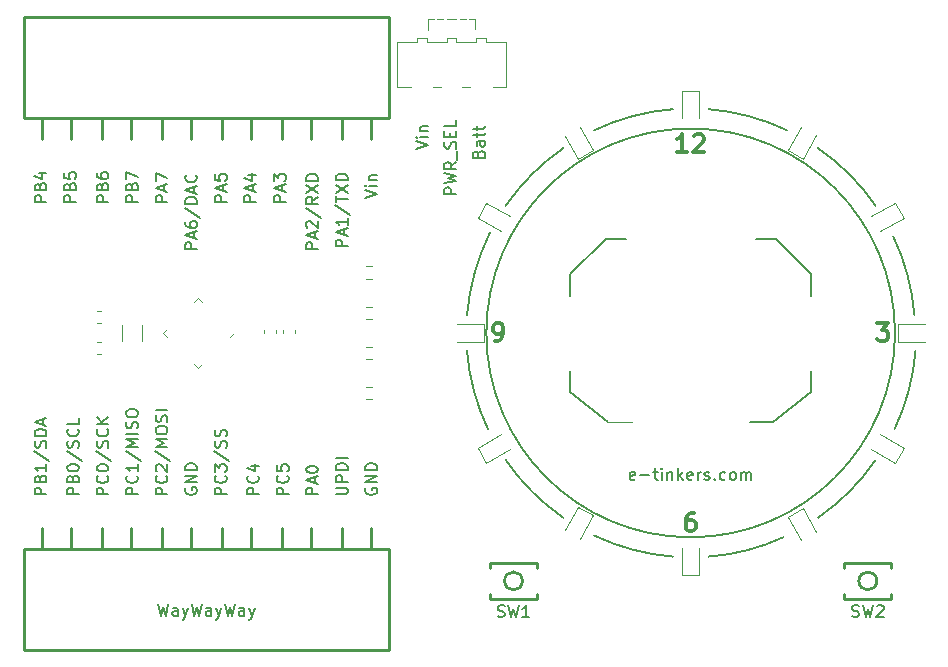
<source format=gbr>
%TF.GenerationSoftware,KiCad,Pcbnew,(6.0.11-0)*%
%TF.CreationDate,2024-05-30T12:09:29+08:00*%
%TF.ProjectId,tinyAVR-business-card,74696e79-4156-4522-9d62-7573696e6573,rev?*%
%TF.SameCoordinates,Original*%
%TF.FileFunction,Legend,Top*%
%TF.FilePolarity,Positive*%
%FSLAX46Y46*%
G04 Gerber Fmt 4.6, Leading zero omitted, Abs format (unit mm)*
G04 Created by KiCad (PCBNEW (6.0.11-0)) date 2024-05-30 12:09:29*
%MOMM*%
%LPD*%
G01*
G04 APERTURE LIST*
%ADD10C,0.150000*%
%ADD11C,0.300000*%
%ADD12C,0.120000*%
%ADD13C,0.250000*%
%ADD14C,0.127000*%
%ADD15C,0.126000*%
G04 APERTURE END LIST*
D10*
X156175998Y-69849005D02*
G75*
G03*
X149487000Y-68058000I-8176198J-17149795D01*
G01*
X165300000Y-87000000D02*
G75*
G03*
X165300000Y-87000000I-17300000J0D01*
G01*
X165249993Y-95169997D02*
G75*
G03*
X167040000Y-88495000I-17112493J8166497D01*
G01*
X158767996Y-102653994D02*
G75*
G03*
X163625000Y-97809000I-10642096J15525494D01*
G01*
X131005990Y-78502995D02*
G75*
G03*
X129060000Y-85497000I17895110J-8746805D01*
G01*
X166939998Y-85497000D02*
G75*
G03*
X165151000Y-78824000I-18896698J-1489800D01*
G01*
X139820004Y-104148992D02*
G75*
G03*
X146496000Y-105940000I8169696J17114692D01*
G01*
X137230998Y-71345997D02*
G75*
G03*
X132331000Y-76253000I10787902J-15672503D01*
G01*
X132334004Y-97750998D02*
G75*
G03*
X137222000Y-102647000I15652196J10738598D01*
G01*
X163654004Y-76231997D02*
G75*
G03*
X158743000Y-71329000I-15682604J-10797203D01*
G01*
X129058990Y-88495001D02*
G75*
G03*
X130859000Y-95198000I18983110J1504501D01*
G01*
X146512000Y-68057995D02*
G75*
G03*
X139823000Y-69849000I1487200J-18940805D01*
G01*
X149511000Y-105939004D02*
G75*
G03*
X155892000Y-104283000I-1277000J18042404D01*
G01*
X113952380Y-100664404D02*
X112952380Y-100664404D01*
X112952380Y-100283452D01*
X113000000Y-100188214D01*
X113047619Y-100140595D01*
X113142857Y-100092976D01*
X113285714Y-100092976D01*
X113380952Y-100140595D01*
X113428571Y-100188214D01*
X113476190Y-100283452D01*
X113476190Y-100664404D01*
X113857142Y-99092976D02*
X113904761Y-99140595D01*
X113952380Y-99283452D01*
X113952380Y-99378690D01*
X113904761Y-99521547D01*
X113809523Y-99616785D01*
X113714285Y-99664404D01*
X113523809Y-99712023D01*
X113380952Y-99712023D01*
X113190476Y-99664404D01*
X113095238Y-99616785D01*
X113000000Y-99521547D01*
X112952380Y-99378690D01*
X112952380Y-99283452D01*
X113000000Y-99140595D01*
X113047619Y-99092976D01*
X112952380Y-98188214D02*
X112952380Y-98664404D01*
X113428571Y-98712023D01*
X113380952Y-98664404D01*
X113333333Y-98569166D01*
X113333333Y-98331071D01*
X113380952Y-98235833D01*
X113428571Y-98188214D01*
X113523809Y-98140595D01*
X113761904Y-98140595D01*
X113857142Y-98188214D01*
X113904761Y-98235833D01*
X113952380Y-98331071D01*
X113952380Y-98569166D01*
X113904761Y-98664404D01*
X113857142Y-98712023D01*
X102928571Y-109952380D02*
X103166666Y-110952380D01*
X103357142Y-110238095D01*
X103547619Y-110952380D01*
X103785714Y-109952380D01*
X104595238Y-110952380D02*
X104595238Y-110428571D01*
X104547619Y-110333333D01*
X104452380Y-110285714D01*
X104261904Y-110285714D01*
X104166666Y-110333333D01*
X104595238Y-110904761D02*
X104500000Y-110952380D01*
X104261904Y-110952380D01*
X104166666Y-110904761D01*
X104119047Y-110809523D01*
X104119047Y-110714285D01*
X104166666Y-110619047D01*
X104261904Y-110571428D01*
X104500000Y-110571428D01*
X104595238Y-110523809D01*
X104976190Y-110285714D02*
X105214285Y-110952380D01*
X105452380Y-110285714D02*
X105214285Y-110952380D01*
X105119047Y-111190476D01*
X105071428Y-111238095D01*
X104976190Y-111285714D01*
X105738095Y-109952380D02*
X105976190Y-110952380D01*
X106166666Y-110238095D01*
X106357142Y-110952380D01*
X106595238Y-109952380D01*
X107404761Y-110952380D02*
X107404761Y-110428571D01*
X107357142Y-110333333D01*
X107261904Y-110285714D01*
X107071428Y-110285714D01*
X106976190Y-110333333D01*
X107404761Y-110904761D02*
X107309523Y-110952380D01*
X107071428Y-110952380D01*
X106976190Y-110904761D01*
X106928571Y-110809523D01*
X106928571Y-110714285D01*
X106976190Y-110619047D01*
X107071428Y-110571428D01*
X107309523Y-110571428D01*
X107404761Y-110523809D01*
X107785714Y-110285714D02*
X108023809Y-110952380D01*
X108261904Y-110285714D02*
X108023809Y-110952380D01*
X107928571Y-111190476D01*
X107880952Y-111238095D01*
X107785714Y-111285714D01*
X108547619Y-109952380D02*
X108785714Y-110952380D01*
X108976190Y-110238095D01*
X109166666Y-110952380D01*
X109404761Y-109952380D01*
X110214285Y-110952380D02*
X110214285Y-110428571D01*
X110166666Y-110333333D01*
X110071428Y-110285714D01*
X109880952Y-110285714D01*
X109785714Y-110333333D01*
X110214285Y-110904761D02*
X110119047Y-110952380D01*
X109880952Y-110952380D01*
X109785714Y-110904761D01*
X109738095Y-110809523D01*
X109738095Y-110714285D01*
X109785714Y-110619047D01*
X109880952Y-110571428D01*
X110119047Y-110571428D01*
X110214285Y-110523809D01*
X110595238Y-110285714D02*
X110833333Y-110952380D01*
X111071428Y-110285714D02*
X110833333Y-110952380D01*
X110738095Y-111190476D01*
X110690476Y-111238095D01*
X110595238Y-111285714D01*
X93452380Y-100664404D02*
X92452380Y-100664404D01*
X92452380Y-100283452D01*
X92500000Y-100188214D01*
X92547619Y-100140595D01*
X92642857Y-100092976D01*
X92785714Y-100092976D01*
X92880952Y-100140595D01*
X92928571Y-100188214D01*
X92976190Y-100283452D01*
X92976190Y-100664404D01*
X92928571Y-99331071D02*
X92976190Y-99188214D01*
X93023809Y-99140595D01*
X93119047Y-99092976D01*
X93261904Y-99092976D01*
X93357142Y-99140595D01*
X93404761Y-99188214D01*
X93452380Y-99283452D01*
X93452380Y-99664404D01*
X92452380Y-99664404D01*
X92452380Y-99331071D01*
X92500000Y-99235833D01*
X92547619Y-99188214D01*
X92642857Y-99140595D01*
X92738095Y-99140595D01*
X92833333Y-99188214D01*
X92880952Y-99235833D01*
X92928571Y-99331071D01*
X92928571Y-99664404D01*
X93452380Y-98140595D02*
X93452380Y-98712023D01*
X93452380Y-98426309D02*
X92452380Y-98426309D01*
X92595238Y-98521547D01*
X92690476Y-98616785D01*
X92738095Y-98712023D01*
X92404761Y-96997738D02*
X93690476Y-97854880D01*
X93404761Y-96712023D02*
X93452380Y-96569166D01*
X93452380Y-96331071D01*
X93404761Y-96235833D01*
X93357142Y-96188214D01*
X93261904Y-96140595D01*
X93166666Y-96140595D01*
X93071428Y-96188214D01*
X93023809Y-96235833D01*
X92976190Y-96331071D01*
X92928571Y-96521547D01*
X92880952Y-96616785D01*
X92833333Y-96664404D01*
X92738095Y-96712023D01*
X92642857Y-96712023D01*
X92547619Y-96664404D01*
X92500000Y-96616785D01*
X92452380Y-96521547D01*
X92452380Y-96283452D01*
X92500000Y-96140595D01*
X93452380Y-95712023D02*
X92452380Y-95712023D01*
X92452380Y-95473928D01*
X92500000Y-95331071D01*
X92595238Y-95235833D01*
X92690476Y-95188214D01*
X92880952Y-95140595D01*
X93023809Y-95140595D01*
X93214285Y-95188214D01*
X93309523Y-95235833D01*
X93404761Y-95331071D01*
X93452380Y-95473928D01*
X93452380Y-95712023D01*
X93166666Y-94759642D02*
X93166666Y-94283452D01*
X93452380Y-94854880D02*
X92452380Y-94521547D01*
X93452380Y-94188214D01*
X120452380Y-75557261D02*
X121452380Y-75223928D01*
X120452380Y-74890595D01*
X121452380Y-74557261D02*
X120785714Y-74557261D01*
X120452380Y-74557261D02*
X120500000Y-74604880D01*
X120547619Y-74557261D01*
X120500000Y-74509642D01*
X120452380Y-74557261D01*
X120547619Y-74557261D01*
X120785714Y-74081071D02*
X121452380Y-74081071D01*
X120880952Y-74081071D02*
X120833333Y-74033452D01*
X120785714Y-73938214D01*
X120785714Y-73795357D01*
X120833333Y-73700119D01*
X120928571Y-73652500D01*
X121452380Y-73652500D01*
X124752380Y-71423809D02*
X125752380Y-71090476D01*
X124752380Y-70757142D01*
X125752380Y-70423809D02*
X125085714Y-70423809D01*
X124752380Y-70423809D02*
X124800000Y-70471428D01*
X124847619Y-70423809D01*
X124800000Y-70376190D01*
X124752380Y-70423809D01*
X124847619Y-70423809D01*
X125085714Y-69947619D02*
X125752380Y-69947619D01*
X125180952Y-69947619D02*
X125133333Y-69900000D01*
X125085714Y-69804761D01*
X125085714Y-69661904D01*
X125133333Y-69566666D01*
X125228571Y-69519047D01*
X125752380Y-69519047D01*
X98702380Y-75914404D02*
X97702380Y-75914404D01*
X97702380Y-75533452D01*
X97750000Y-75438214D01*
X97797619Y-75390595D01*
X97892857Y-75342976D01*
X98035714Y-75342976D01*
X98130952Y-75390595D01*
X98178571Y-75438214D01*
X98226190Y-75533452D01*
X98226190Y-75914404D01*
X98178571Y-74581071D02*
X98226190Y-74438214D01*
X98273809Y-74390595D01*
X98369047Y-74342976D01*
X98511904Y-74342976D01*
X98607142Y-74390595D01*
X98654761Y-74438214D01*
X98702380Y-74533452D01*
X98702380Y-74914404D01*
X97702380Y-74914404D01*
X97702380Y-74581071D01*
X97750000Y-74485833D01*
X97797619Y-74438214D01*
X97892857Y-74390595D01*
X97988095Y-74390595D01*
X98083333Y-74438214D01*
X98130952Y-74485833D01*
X98178571Y-74581071D01*
X98178571Y-74914404D01*
X97702380Y-73485833D02*
X97702380Y-73676309D01*
X97750000Y-73771547D01*
X97797619Y-73819166D01*
X97940476Y-73914404D01*
X98130952Y-73962023D01*
X98511904Y-73962023D01*
X98607142Y-73914404D01*
X98654761Y-73866785D01*
X98702380Y-73771547D01*
X98702380Y-73581071D01*
X98654761Y-73485833D01*
X98607142Y-73438214D01*
X98511904Y-73390595D01*
X98273809Y-73390595D01*
X98178571Y-73438214D01*
X98130952Y-73485833D01*
X98083333Y-73581071D01*
X98083333Y-73771547D01*
X98130952Y-73866785D01*
X98178571Y-73914404D01*
X98273809Y-73962023D01*
X130028571Y-71852380D02*
X130076190Y-71709523D01*
X130123809Y-71661904D01*
X130219047Y-71614285D01*
X130361904Y-71614285D01*
X130457142Y-71661904D01*
X130504761Y-71709523D01*
X130552380Y-71804761D01*
X130552380Y-72185714D01*
X129552380Y-72185714D01*
X129552380Y-71852380D01*
X129600000Y-71757142D01*
X129647619Y-71709523D01*
X129742857Y-71661904D01*
X129838095Y-71661904D01*
X129933333Y-71709523D01*
X129980952Y-71757142D01*
X130028571Y-71852380D01*
X130028571Y-72185714D01*
X130552380Y-70757142D02*
X130028571Y-70757142D01*
X129933333Y-70804761D01*
X129885714Y-70900000D01*
X129885714Y-71090476D01*
X129933333Y-71185714D01*
X130504761Y-70757142D02*
X130552380Y-70852380D01*
X130552380Y-71090476D01*
X130504761Y-71185714D01*
X130409523Y-71233333D01*
X130314285Y-71233333D01*
X130219047Y-71185714D01*
X130171428Y-71090476D01*
X130171428Y-70852380D01*
X130123809Y-70757142D01*
X129885714Y-70423809D02*
X129885714Y-70042857D01*
X129552380Y-70280952D02*
X130409523Y-70280952D01*
X130504761Y-70233333D01*
X130552380Y-70138095D01*
X130552380Y-70042857D01*
X129885714Y-69852380D02*
X129885714Y-69471428D01*
X129552380Y-69709523D02*
X130409523Y-69709523D01*
X130504761Y-69661904D01*
X130552380Y-69566666D01*
X130552380Y-69471428D01*
X105250000Y-100133214D02*
X105202380Y-100228452D01*
X105202380Y-100371309D01*
X105250000Y-100514166D01*
X105345238Y-100609404D01*
X105440476Y-100657023D01*
X105630952Y-100704642D01*
X105773809Y-100704642D01*
X105964285Y-100657023D01*
X106059523Y-100609404D01*
X106154761Y-100514166D01*
X106202380Y-100371309D01*
X106202380Y-100276071D01*
X106154761Y-100133214D01*
X106107142Y-100085595D01*
X105773809Y-100085595D01*
X105773809Y-100276071D01*
X106202380Y-99657023D02*
X105202380Y-99657023D01*
X106202380Y-99085595D01*
X105202380Y-99085595D01*
X106202380Y-98609404D02*
X105202380Y-98609404D01*
X105202380Y-98371309D01*
X105250000Y-98228452D01*
X105345238Y-98133214D01*
X105440476Y-98085595D01*
X105630952Y-98037976D01*
X105773809Y-98037976D01*
X105964285Y-98085595D01*
X106059523Y-98133214D01*
X106154761Y-98228452D01*
X106202380Y-98371309D01*
X106202380Y-98609404D01*
X108702380Y-75914404D02*
X107702380Y-75914404D01*
X107702380Y-75533452D01*
X107750000Y-75438214D01*
X107797619Y-75390595D01*
X107892857Y-75342976D01*
X108035714Y-75342976D01*
X108130952Y-75390595D01*
X108178571Y-75438214D01*
X108226190Y-75533452D01*
X108226190Y-75914404D01*
X108416666Y-74962023D02*
X108416666Y-74485833D01*
X108702380Y-75057261D02*
X107702380Y-74723928D01*
X108702380Y-74390595D01*
X107702380Y-73581071D02*
X107702380Y-74057261D01*
X108178571Y-74104880D01*
X108130952Y-74057261D01*
X108083333Y-73962023D01*
X108083333Y-73723928D01*
X108130952Y-73628690D01*
X108178571Y-73581071D01*
X108273809Y-73533452D01*
X108511904Y-73533452D01*
X108607142Y-73581071D01*
X108654761Y-73628690D01*
X108702380Y-73723928D01*
X108702380Y-73962023D01*
X108654761Y-74057261D01*
X108607142Y-74104880D01*
X98702380Y-100664404D02*
X97702380Y-100664404D01*
X97702380Y-100283452D01*
X97750000Y-100188214D01*
X97797619Y-100140595D01*
X97892857Y-100092976D01*
X98035714Y-100092976D01*
X98130952Y-100140595D01*
X98178571Y-100188214D01*
X98226190Y-100283452D01*
X98226190Y-100664404D01*
X98607142Y-99092976D02*
X98654761Y-99140595D01*
X98702380Y-99283452D01*
X98702380Y-99378690D01*
X98654761Y-99521547D01*
X98559523Y-99616785D01*
X98464285Y-99664404D01*
X98273809Y-99712023D01*
X98130952Y-99712023D01*
X97940476Y-99664404D01*
X97845238Y-99616785D01*
X97750000Y-99521547D01*
X97702380Y-99378690D01*
X97702380Y-99283452D01*
X97750000Y-99140595D01*
X97797619Y-99092976D01*
X97702380Y-98473928D02*
X97702380Y-98378690D01*
X97750000Y-98283452D01*
X97797619Y-98235833D01*
X97892857Y-98188214D01*
X98083333Y-98140595D01*
X98321428Y-98140595D01*
X98511904Y-98188214D01*
X98607142Y-98235833D01*
X98654761Y-98283452D01*
X98702380Y-98378690D01*
X98702380Y-98473928D01*
X98654761Y-98569166D01*
X98607142Y-98616785D01*
X98511904Y-98664404D01*
X98321428Y-98712023D01*
X98083333Y-98712023D01*
X97892857Y-98664404D01*
X97797619Y-98616785D01*
X97750000Y-98569166D01*
X97702380Y-98473928D01*
X97654761Y-96997738D02*
X98940476Y-97854880D01*
X98654761Y-96712023D02*
X98702380Y-96569166D01*
X98702380Y-96331071D01*
X98654761Y-96235833D01*
X98607142Y-96188214D01*
X98511904Y-96140595D01*
X98416666Y-96140595D01*
X98321428Y-96188214D01*
X98273809Y-96235833D01*
X98226190Y-96331071D01*
X98178571Y-96521547D01*
X98130952Y-96616785D01*
X98083333Y-96664404D01*
X97988095Y-96712023D01*
X97892857Y-96712023D01*
X97797619Y-96664404D01*
X97750000Y-96616785D01*
X97702380Y-96521547D01*
X97702380Y-96283452D01*
X97750000Y-96140595D01*
X98607142Y-95140595D02*
X98654761Y-95188214D01*
X98702380Y-95331071D01*
X98702380Y-95426309D01*
X98654761Y-95569166D01*
X98559523Y-95664404D01*
X98464285Y-95712023D01*
X98273809Y-95759642D01*
X98130952Y-95759642D01*
X97940476Y-95712023D01*
X97845238Y-95664404D01*
X97750000Y-95569166D01*
X97702380Y-95426309D01*
X97702380Y-95331071D01*
X97750000Y-95188214D01*
X97797619Y-95140595D01*
X98702380Y-94712023D02*
X97702380Y-94712023D01*
X98702380Y-94140595D02*
X98130952Y-94569166D01*
X97702380Y-94140595D02*
X98273809Y-94712023D01*
X106202380Y-79914404D02*
X105202380Y-79914404D01*
X105202380Y-79533452D01*
X105250000Y-79438214D01*
X105297619Y-79390595D01*
X105392857Y-79342976D01*
X105535714Y-79342976D01*
X105630952Y-79390595D01*
X105678571Y-79438214D01*
X105726190Y-79533452D01*
X105726190Y-79914404D01*
X105916666Y-78962023D02*
X105916666Y-78485833D01*
X106202380Y-79057261D02*
X105202380Y-78723928D01*
X106202380Y-78390595D01*
X105202380Y-77628690D02*
X105202380Y-77819166D01*
X105250000Y-77914404D01*
X105297619Y-77962023D01*
X105440476Y-78057261D01*
X105630952Y-78104880D01*
X106011904Y-78104880D01*
X106107142Y-78057261D01*
X106154761Y-78009642D01*
X106202380Y-77914404D01*
X106202380Y-77723928D01*
X106154761Y-77628690D01*
X106107142Y-77581071D01*
X106011904Y-77533452D01*
X105773809Y-77533452D01*
X105678571Y-77581071D01*
X105630952Y-77628690D01*
X105583333Y-77723928D01*
X105583333Y-77914404D01*
X105630952Y-78009642D01*
X105678571Y-78057261D01*
X105773809Y-78104880D01*
X105154761Y-76390595D02*
X106440476Y-77247738D01*
X106202380Y-76057261D02*
X105202380Y-76057261D01*
X105202380Y-75819166D01*
X105250000Y-75676309D01*
X105345238Y-75581071D01*
X105440476Y-75533452D01*
X105630952Y-75485833D01*
X105773809Y-75485833D01*
X105964285Y-75533452D01*
X106059523Y-75581071D01*
X106154761Y-75676309D01*
X106202380Y-75819166D01*
X106202380Y-76057261D01*
X105916666Y-75104880D02*
X105916666Y-74628690D01*
X106202380Y-75200119D02*
X105202380Y-74866785D01*
X106202380Y-74533452D01*
X106107142Y-73628690D02*
X106154761Y-73676309D01*
X106202380Y-73819166D01*
X106202380Y-73914404D01*
X106154761Y-74057261D01*
X106059523Y-74152500D01*
X105964285Y-74200119D01*
X105773809Y-74247738D01*
X105630952Y-74247738D01*
X105440476Y-74200119D01*
X105345238Y-74152500D01*
X105250000Y-74057261D01*
X105202380Y-73914404D01*
X105202380Y-73819166D01*
X105250000Y-73676309D01*
X105297619Y-73628690D01*
X120500000Y-100140595D02*
X120452380Y-100235833D01*
X120452380Y-100378690D01*
X120500000Y-100521547D01*
X120595238Y-100616785D01*
X120690476Y-100664404D01*
X120880952Y-100712023D01*
X121023809Y-100712023D01*
X121214285Y-100664404D01*
X121309523Y-100616785D01*
X121404761Y-100521547D01*
X121452380Y-100378690D01*
X121452380Y-100283452D01*
X121404761Y-100140595D01*
X121357142Y-100092976D01*
X121023809Y-100092976D01*
X121023809Y-100283452D01*
X121452380Y-99664404D02*
X120452380Y-99664404D01*
X121452380Y-99092976D01*
X120452380Y-99092976D01*
X121452380Y-98616785D02*
X120452380Y-98616785D01*
X120452380Y-98378690D01*
X120500000Y-98235833D01*
X120595238Y-98140595D01*
X120690476Y-98092976D01*
X120880952Y-98045357D01*
X121023809Y-98045357D01*
X121214285Y-98092976D01*
X121309523Y-98140595D01*
X121404761Y-98235833D01*
X121452380Y-98378690D01*
X121452380Y-98616785D01*
X96202380Y-100664404D02*
X95202380Y-100664404D01*
X95202380Y-100283452D01*
X95250000Y-100188214D01*
X95297619Y-100140595D01*
X95392857Y-100092976D01*
X95535714Y-100092976D01*
X95630952Y-100140595D01*
X95678571Y-100188214D01*
X95726190Y-100283452D01*
X95726190Y-100664404D01*
X95678571Y-99331071D02*
X95726190Y-99188214D01*
X95773809Y-99140595D01*
X95869047Y-99092976D01*
X96011904Y-99092976D01*
X96107142Y-99140595D01*
X96154761Y-99188214D01*
X96202380Y-99283452D01*
X96202380Y-99664404D01*
X95202380Y-99664404D01*
X95202380Y-99331071D01*
X95250000Y-99235833D01*
X95297619Y-99188214D01*
X95392857Y-99140595D01*
X95488095Y-99140595D01*
X95583333Y-99188214D01*
X95630952Y-99235833D01*
X95678571Y-99331071D01*
X95678571Y-99664404D01*
X95202380Y-98473928D02*
X95202380Y-98378690D01*
X95250000Y-98283452D01*
X95297619Y-98235833D01*
X95392857Y-98188214D01*
X95583333Y-98140595D01*
X95821428Y-98140595D01*
X96011904Y-98188214D01*
X96107142Y-98235833D01*
X96154761Y-98283452D01*
X96202380Y-98378690D01*
X96202380Y-98473928D01*
X96154761Y-98569166D01*
X96107142Y-98616785D01*
X96011904Y-98664404D01*
X95821428Y-98712023D01*
X95583333Y-98712023D01*
X95392857Y-98664404D01*
X95297619Y-98616785D01*
X95250000Y-98569166D01*
X95202380Y-98473928D01*
X95154761Y-96997738D02*
X96440476Y-97854880D01*
X96154761Y-96712023D02*
X96202380Y-96569166D01*
X96202380Y-96331071D01*
X96154761Y-96235833D01*
X96107142Y-96188214D01*
X96011904Y-96140595D01*
X95916666Y-96140595D01*
X95821428Y-96188214D01*
X95773809Y-96235833D01*
X95726190Y-96331071D01*
X95678571Y-96521547D01*
X95630952Y-96616785D01*
X95583333Y-96664404D01*
X95488095Y-96712023D01*
X95392857Y-96712023D01*
X95297619Y-96664404D01*
X95250000Y-96616785D01*
X95202380Y-96521547D01*
X95202380Y-96283452D01*
X95250000Y-96140595D01*
X96107142Y-95140595D02*
X96154761Y-95188214D01*
X96202380Y-95331071D01*
X96202380Y-95426309D01*
X96154761Y-95569166D01*
X96059523Y-95664404D01*
X95964285Y-95712023D01*
X95773809Y-95759642D01*
X95630952Y-95759642D01*
X95440476Y-95712023D01*
X95345238Y-95664404D01*
X95250000Y-95569166D01*
X95202380Y-95426309D01*
X95202380Y-95331071D01*
X95250000Y-95188214D01*
X95297619Y-95140595D01*
X96202380Y-94235833D02*
X96202380Y-94712023D01*
X95202380Y-94712023D01*
X117952380Y-100664404D02*
X118761904Y-100664404D01*
X118857142Y-100616785D01*
X118904761Y-100569166D01*
X118952380Y-100473928D01*
X118952380Y-100283452D01*
X118904761Y-100188214D01*
X118857142Y-100140595D01*
X118761904Y-100092976D01*
X117952380Y-100092976D01*
X118952380Y-99616785D02*
X117952380Y-99616785D01*
X117952380Y-99235833D01*
X118000000Y-99140595D01*
X118047619Y-99092976D01*
X118142857Y-99045357D01*
X118285714Y-99045357D01*
X118380952Y-99092976D01*
X118428571Y-99140595D01*
X118476190Y-99235833D01*
X118476190Y-99616785D01*
X118952380Y-98616785D02*
X117952380Y-98616785D01*
X117952380Y-98378690D01*
X118000000Y-98235833D01*
X118095238Y-98140595D01*
X118190476Y-98092976D01*
X118380952Y-98045357D01*
X118523809Y-98045357D01*
X118714285Y-98092976D01*
X118809523Y-98140595D01*
X118904761Y-98235833D01*
X118952380Y-98378690D01*
X118952380Y-98616785D01*
X118952380Y-97616785D02*
X117952380Y-97616785D01*
X111452380Y-100664404D02*
X110452380Y-100664404D01*
X110452380Y-100283452D01*
X110500000Y-100188214D01*
X110547619Y-100140595D01*
X110642857Y-100092976D01*
X110785714Y-100092976D01*
X110880952Y-100140595D01*
X110928571Y-100188214D01*
X110976190Y-100283452D01*
X110976190Y-100664404D01*
X111357142Y-99092976D02*
X111404761Y-99140595D01*
X111452380Y-99283452D01*
X111452380Y-99378690D01*
X111404761Y-99521547D01*
X111309523Y-99616785D01*
X111214285Y-99664404D01*
X111023809Y-99712023D01*
X110880952Y-99712023D01*
X110690476Y-99664404D01*
X110595238Y-99616785D01*
X110500000Y-99521547D01*
X110452380Y-99378690D01*
X110452380Y-99283452D01*
X110500000Y-99140595D01*
X110547619Y-99092976D01*
X110785714Y-98235833D02*
X111452380Y-98235833D01*
X110404761Y-98473928D02*
X111119047Y-98712023D01*
X111119047Y-98092976D01*
X108702380Y-100664404D02*
X107702380Y-100664404D01*
X107702380Y-100283452D01*
X107750000Y-100188214D01*
X107797619Y-100140595D01*
X107892857Y-100092976D01*
X108035714Y-100092976D01*
X108130952Y-100140595D01*
X108178571Y-100188214D01*
X108226190Y-100283452D01*
X108226190Y-100664404D01*
X108607142Y-99092976D02*
X108654761Y-99140595D01*
X108702380Y-99283452D01*
X108702380Y-99378690D01*
X108654761Y-99521547D01*
X108559523Y-99616785D01*
X108464285Y-99664404D01*
X108273809Y-99712023D01*
X108130952Y-99712023D01*
X107940476Y-99664404D01*
X107845238Y-99616785D01*
X107750000Y-99521547D01*
X107702380Y-99378690D01*
X107702380Y-99283452D01*
X107750000Y-99140595D01*
X107797619Y-99092976D01*
X107702380Y-98759642D02*
X107702380Y-98140595D01*
X108083333Y-98473928D01*
X108083333Y-98331071D01*
X108130952Y-98235833D01*
X108178571Y-98188214D01*
X108273809Y-98140595D01*
X108511904Y-98140595D01*
X108607142Y-98188214D01*
X108654761Y-98235833D01*
X108702380Y-98331071D01*
X108702380Y-98616785D01*
X108654761Y-98712023D01*
X108607142Y-98759642D01*
X107654761Y-96997738D02*
X108940476Y-97854880D01*
X108654761Y-96712023D02*
X108702380Y-96569166D01*
X108702380Y-96331071D01*
X108654761Y-96235833D01*
X108607142Y-96188214D01*
X108511904Y-96140595D01*
X108416666Y-96140595D01*
X108321428Y-96188214D01*
X108273809Y-96235833D01*
X108226190Y-96331071D01*
X108178571Y-96521547D01*
X108130952Y-96616785D01*
X108083333Y-96664404D01*
X107988095Y-96712023D01*
X107892857Y-96712023D01*
X107797619Y-96664404D01*
X107750000Y-96616785D01*
X107702380Y-96521547D01*
X107702380Y-96283452D01*
X107750000Y-96140595D01*
X108654761Y-95759642D02*
X108702380Y-95616785D01*
X108702380Y-95378690D01*
X108654761Y-95283452D01*
X108607142Y-95235833D01*
X108511904Y-95188214D01*
X108416666Y-95188214D01*
X108321428Y-95235833D01*
X108273809Y-95283452D01*
X108226190Y-95378690D01*
X108178571Y-95569166D01*
X108130952Y-95664404D01*
X108083333Y-95712023D01*
X107988095Y-95759642D01*
X107892857Y-95759642D01*
X107797619Y-95712023D01*
X107750000Y-95664404D01*
X107702380Y-95569166D01*
X107702380Y-95331071D01*
X107750000Y-95188214D01*
X116452380Y-100664404D02*
X115452380Y-100664404D01*
X115452380Y-100283452D01*
X115500000Y-100188214D01*
X115547619Y-100140595D01*
X115642857Y-100092976D01*
X115785714Y-100092976D01*
X115880952Y-100140595D01*
X115928571Y-100188214D01*
X115976190Y-100283452D01*
X115976190Y-100664404D01*
X116166666Y-99712023D02*
X116166666Y-99235833D01*
X116452380Y-99807261D02*
X115452380Y-99473928D01*
X116452380Y-99140595D01*
X115452380Y-98616785D02*
X115452380Y-98521547D01*
X115500000Y-98426309D01*
X115547619Y-98378690D01*
X115642857Y-98331071D01*
X115833333Y-98283452D01*
X116071428Y-98283452D01*
X116261904Y-98331071D01*
X116357142Y-98378690D01*
X116404761Y-98426309D01*
X116452380Y-98521547D01*
X116452380Y-98616785D01*
X116404761Y-98712023D01*
X116357142Y-98759642D01*
X116261904Y-98807261D01*
X116071428Y-98854880D01*
X115833333Y-98854880D01*
X115642857Y-98807261D01*
X115547619Y-98759642D01*
X115500000Y-98712023D01*
X115452380Y-98616785D01*
X95952380Y-75914404D02*
X94952380Y-75914404D01*
X94952380Y-75533452D01*
X95000000Y-75438214D01*
X95047619Y-75390595D01*
X95142857Y-75342976D01*
X95285714Y-75342976D01*
X95380952Y-75390595D01*
X95428571Y-75438214D01*
X95476190Y-75533452D01*
X95476190Y-75914404D01*
X95428571Y-74581071D02*
X95476190Y-74438214D01*
X95523809Y-74390595D01*
X95619047Y-74342976D01*
X95761904Y-74342976D01*
X95857142Y-74390595D01*
X95904761Y-74438214D01*
X95952380Y-74533452D01*
X95952380Y-74914404D01*
X94952380Y-74914404D01*
X94952380Y-74581071D01*
X95000000Y-74485833D01*
X95047619Y-74438214D01*
X95142857Y-74390595D01*
X95238095Y-74390595D01*
X95333333Y-74438214D01*
X95380952Y-74485833D01*
X95428571Y-74581071D01*
X95428571Y-74914404D01*
X94952380Y-73438214D02*
X94952380Y-73914404D01*
X95428571Y-73962023D01*
X95380952Y-73914404D01*
X95333333Y-73819166D01*
X95333333Y-73581071D01*
X95380952Y-73485833D01*
X95428571Y-73438214D01*
X95523809Y-73390595D01*
X95761904Y-73390595D01*
X95857142Y-73438214D01*
X95904761Y-73485833D01*
X95952380Y-73581071D01*
X95952380Y-73819166D01*
X95904761Y-73914404D01*
X95857142Y-73962023D01*
X116452380Y-79914404D02*
X115452380Y-79914404D01*
X115452380Y-79533452D01*
X115500000Y-79438214D01*
X115547619Y-79390595D01*
X115642857Y-79342976D01*
X115785714Y-79342976D01*
X115880952Y-79390595D01*
X115928571Y-79438214D01*
X115976190Y-79533452D01*
X115976190Y-79914404D01*
X116166666Y-78962023D02*
X116166666Y-78485833D01*
X116452380Y-79057261D02*
X115452380Y-78723928D01*
X116452380Y-78390595D01*
X115547619Y-78104880D02*
X115500000Y-78057261D01*
X115452380Y-77962023D01*
X115452380Y-77723928D01*
X115500000Y-77628690D01*
X115547619Y-77581071D01*
X115642857Y-77533452D01*
X115738095Y-77533452D01*
X115880952Y-77581071D01*
X116452380Y-78152500D01*
X116452380Y-77533452D01*
X115404761Y-76390595D02*
X116690476Y-77247738D01*
X116452380Y-75485833D02*
X115976190Y-75819166D01*
X116452380Y-76057261D02*
X115452380Y-76057261D01*
X115452380Y-75676309D01*
X115500000Y-75581071D01*
X115547619Y-75533452D01*
X115642857Y-75485833D01*
X115785714Y-75485833D01*
X115880952Y-75533452D01*
X115928571Y-75581071D01*
X115976190Y-75676309D01*
X115976190Y-76057261D01*
X115452380Y-75152500D02*
X116452380Y-74485833D01*
X115452380Y-74485833D02*
X116452380Y-75152500D01*
X116452380Y-74104880D02*
X115452380Y-74104880D01*
X115452380Y-73866785D01*
X115500000Y-73723928D01*
X115595238Y-73628690D01*
X115690476Y-73581071D01*
X115880952Y-73533452D01*
X116023809Y-73533452D01*
X116214285Y-73581071D01*
X116309523Y-73628690D01*
X116404761Y-73723928D01*
X116452380Y-73866785D01*
X116452380Y-74104880D01*
X101202380Y-75914404D02*
X100202380Y-75914404D01*
X100202380Y-75533452D01*
X100250000Y-75438214D01*
X100297619Y-75390595D01*
X100392857Y-75342976D01*
X100535714Y-75342976D01*
X100630952Y-75390595D01*
X100678571Y-75438214D01*
X100726190Y-75533452D01*
X100726190Y-75914404D01*
X100678571Y-74581071D02*
X100726190Y-74438214D01*
X100773809Y-74390595D01*
X100869047Y-74342976D01*
X101011904Y-74342976D01*
X101107142Y-74390595D01*
X101154761Y-74438214D01*
X101202380Y-74533452D01*
X101202380Y-74914404D01*
X100202380Y-74914404D01*
X100202380Y-74581071D01*
X100250000Y-74485833D01*
X100297619Y-74438214D01*
X100392857Y-74390595D01*
X100488095Y-74390595D01*
X100583333Y-74438214D01*
X100630952Y-74485833D01*
X100678571Y-74581071D01*
X100678571Y-74914404D01*
X100202380Y-74009642D02*
X100202380Y-73342976D01*
X101202380Y-73771547D01*
X103702380Y-75914404D02*
X102702380Y-75914404D01*
X102702380Y-75533452D01*
X102750000Y-75438214D01*
X102797619Y-75390595D01*
X102892857Y-75342976D01*
X103035714Y-75342976D01*
X103130952Y-75390595D01*
X103178571Y-75438214D01*
X103226190Y-75533452D01*
X103226190Y-75914404D01*
X103416666Y-74962023D02*
X103416666Y-74485833D01*
X103702380Y-75057261D02*
X102702380Y-74723928D01*
X103702380Y-74390595D01*
X102702380Y-74152500D02*
X102702380Y-73485833D01*
X103702380Y-73914404D01*
X111202380Y-75914404D02*
X110202380Y-75914404D01*
X110202380Y-75533452D01*
X110250000Y-75438214D01*
X110297619Y-75390595D01*
X110392857Y-75342976D01*
X110535714Y-75342976D01*
X110630952Y-75390595D01*
X110678571Y-75438214D01*
X110726190Y-75533452D01*
X110726190Y-75914404D01*
X110916666Y-74962023D02*
X110916666Y-74485833D01*
X111202380Y-75057261D02*
X110202380Y-74723928D01*
X111202380Y-74390595D01*
X110535714Y-73628690D02*
X111202380Y-73628690D01*
X110154761Y-73866785D02*
X110869047Y-74104880D01*
X110869047Y-73485833D01*
X143261904Y-99404761D02*
X143166666Y-99452380D01*
X142976190Y-99452380D01*
X142880952Y-99404761D01*
X142833333Y-99309523D01*
X142833333Y-98928571D01*
X142880952Y-98833333D01*
X142976190Y-98785714D01*
X143166666Y-98785714D01*
X143261904Y-98833333D01*
X143309523Y-98928571D01*
X143309523Y-99023809D01*
X142833333Y-99119047D01*
X143738095Y-99071428D02*
X144500000Y-99071428D01*
X144833333Y-98785714D02*
X145214285Y-98785714D01*
X144976190Y-98452380D02*
X144976190Y-99309523D01*
X145023809Y-99404761D01*
X145119047Y-99452380D01*
X145214285Y-99452380D01*
X145547619Y-99452380D02*
X145547619Y-98785714D01*
X145547619Y-98452380D02*
X145500000Y-98500000D01*
X145547619Y-98547619D01*
X145595238Y-98500000D01*
X145547619Y-98452380D01*
X145547619Y-98547619D01*
X146023809Y-98785714D02*
X146023809Y-99452380D01*
X146023809Y-98880952D02*
X146071428Y-98833333D01*
X146166666Y-98785714D01*
X146309523Y-98785714D01*
X146404761Y-98833333D01*
X146452380Y-98928571D01*
X146452380Y-99452380D01*
X146928571Y-99452380D02*
X146928571Y-98452380D01*
X147023809Y-99071428D02*
X147309523Y-99452380D01*
X147309523Y-98785714D02*
X146928571Y-99166666D01*
X148119047Y-99404761D02*
X148023809Y-99452380D01*
X147833333Y-99452380D01*
X147738095Y-99404761D01*
X147690476Y-99309523D01*
X147690476Y-98928571D01*
X147738095Y-98833333D01*
X147833333Y-98785714D01*
X148023809Y-98785714D01*
X148119047Y-98833333D01*
X148166666Y-98928571D01*
X148166666Y-99023809D01*
X147690476Y-99119047D01*
X148595238Y-99452380D02*
X148595238Y-98785714D01*
X148595238Y-98976190D02*
X148642857Y-98880952D01*
X148690476Y-98833333D01*
X148785714Y-98785714D01*
X148880952Y-98785714D01*
X149166666Y-99404761D02*
X149261904Y-99452380D01*
X149452380Y-99452380D01*
X149547619Y-99404761D01*
X149595238Y-99309523D01*
X149595238Y-99261904D01*
X149547619Y-99166666D01*
X149452380Y-99119047D01*
X149309523Y-99119047D01*
X149214285Y-99071428D01*
X149166666Y-98976190D01*
X149166666Y-98928571D01*
X149214285Y-98833333D01*
X149309523Y-98785714D01*
X149452380Y-98785714D01*
X149547619Y-98833333D01*
X150023809Y-99357142D02*
X150071428Y-99404761D01*
X150023809Y-99452380D01*
X149976190Y-99404761D01*
X150023809Y-99357142D01*
X150023809Y-99452380D01*
X150928571Y-99404761D02*
X150833333Y-99452380D01*
X150642857Y-99452380D01*
X150547619Y-99404761D01*
X150500000Y-99357142D01*
X150452380Y-99261904D01*
X150452380Y-98976190D01*
X150500000Y-98880952D01*
X150547619Y-98833333D01*
X150642857Y-98785714D01*
X150833333Y-98785714D01*
X150928571Y-98833333D01*
X151500000Y-99452380D02*
X151404761Y-99404761D01*
X151357142Y-99357142D01*
X151309523Y-99261904D01*
X151309523Y-98976190D01*
X151357142Y-98880952D01*
X151404761Y-98833333D01*
X151500000Y-98785714D01*
X151642857Y-98785714D01*
X151738095Y-98833333D01*
X151785714Y-98880952D01*
X151833333Y-98976190D01*
X151833333Y-99261904D01*
X151785714Y-99357142D01*
X151738095Y-99404761D01*
X151642857Y-99452380D01*
X151500000Y-99452380D01*
X152261904Y-99452380D02*
X152261904Y-98785714D01*
X152261904Y-98880952D02*
X152309523Y-98833333D01*
X152404761Y-98785714D01*
X152547619Y-98785714D01*
X152642857Y-98833333D01*
X152690476Y-98928571D01*
X152690476Y-99452380D01*
X152690476Y-98928571D02*
X152738095Y-98833333D01*
X152833333Y-98785714D01*
X152976190Y-98785714D01*
X153071428Y-98833333D01*
X153119047Y-98928571D01*
X153119047Y-99452380D01*
X101202380Y-100664404D02*
X100202380Y-100664404D01*
X100202380Y-100283452D01*
X100250000Y-100188214D01*
X100297619Y-100140595D01*
X100392857Y-100092976D01*
X100535714Y-100092976D01*
X100630952Y-100140595D01*
X100678571Y-100188214D01*
X100726190Y-100283452D01*
X100726190Y-100664404D01*
X101107142Y-99092976D02*
X101154761Y-99140595D01*
X101202380Y-99283452D01*
X101202380Y-99378690D01*
X101154761Y-99521547D01*
X101059523Y-99616785D01*
X100964285Y-99664404D01*
X100773809Y-99712023D01*
X100630952Y-99712023D01*
X100440476Y-99664404D01*
X100345238Y-99616785D01*
X100250000Y-99521547D01*
X100202380Y-99378690D01*
X100202380Y-99283452D01*
X100250000Y-99140595D01*
X100297619Y-99092976D01*
X101202380Y-98140595D02*
X101202380Y-98712023D01*
X101202380Y-98426309D02*
X100202380Y-98426309D01*
X100345238Y-98521547D01*
X100440476Y-98616785D01*
X100488095Y-98712023D01*
X100154761Y-96997738D02*
X101440476Y-97854880D01*
X101202380Y-96664404D02*
X100202380Y-96664404D01*
X100916666Y-96331071D01*
X100202380Y-95997738D01*
X101202380Y-95997738D01*
X101202380Y-95521547D02*
X100202380Y-95521547D01*
X101154761Y-95092976D02*
X101202380Y-94950119D01*
X101202380Y-94712023D01*
X101154761Y-94616785D01*
X101107142Y-94569166D01*
X101011904Y-94521547D01*
X100916666Y-94521547D01*
X100821428Y-94569166D01*
X100773809Y-94616785D01*
X100726190Y-94712023D01*
X100678571Y-94902500D01*
X100630952Y-94997738D01*
X100583333Y-95045357D01*
X100488095Y-95092976D01*
X100392857Y-95092976D01*
X100297619Y-95045357D01*
X100250000Y-94997738D01*
X100202380Y-94902500D01*
X100202380Y-94664404D01*
X100250000Y-94521547D01*
X100202380Y-93902500D02*
X100202380Y-93712023D01*
X100250000Y-93616785D01*
X100345238Y-93521547D01*
X100535714Y-93473928D01*
X100869047Y-93473928D01*
X101059523Y-93521547D01*
X101154761Y-93616785D01*
X101202380Y-93712023D01*
X101202380Y-93902500D01*
X101154761Y-93997738D01*
X101059523Y-94092976D01*
X100869047Y-94140595D01*
X100535714Y-94140595D01*
X100345238Y-94092976D01*
X100250000Y-93997738D01*
X100202380Y-93902500D01*
X103702380Y-100664404D02*
X102702380Y-100664404D01*
X102702380Y-100283452D01*
X102750000Y-100188214D01*
X102797619Y-100140595D01*
X102892857Y-100092976D01*
X103035714Y-100092976D01*
X103130952Y-100140595D01*
X103178571Y-100188214D01*
X103226190Y-100283452D01*
X103226190Y-100664404D01*
X103607142Y-99092976D02*
X103654761Y-99140595D01*
X103702380Y-99283452D01*
X103702380Y-99378690D01*
X103654761Y-99521547D01*
X103559523Y-99616785D01*
X103464285Y-99664404D01*
X103273809Y-99712023D01*
X103130952Y-99712023D01*
X102940476Y-99664404D01*
X102845238Y-99616785D01*
X102750000Y-99521547D01*
X102702380Y-99378690D01*
X102702380Y-99283452D01*
X102750000Y-99140595D01*
X102797619Y-99092976D01*
X102797619Y-98712023D02*
X102750000Y-98664404D01*
X102702380Y-98569166D01*
X102702380Y-98331071D01*
X102750000Y-98235833D01*
X102797619Y-98188214D01*
X102892857Y-98140595D01*
X102988095Y-98140595D01*
X103130952Y-98188214D01*
X103702380Y-98759642D01*
X103702380Y-98140595D01*
X102654761Y-96997738D02*
X103940476Y-97854880D01*
X103702380Y-96664404D02*
X102702380Y-96664404D01*
X103416666Y-96331071D01*
X102702380Y-95997738D01*
X103702380Y-95997738D01*
X102702380Y-95331071D02*
X102702380Y-95140595D01*
X102750000Y-95045357D01*
X102845238Y-94950119D01*
X103035714Y-94902500D01*
X103369047Y-94902500D01*
X103559523Y-94950119D01*
X103654761Y-95045357D01*
X103702380Y-95140595D01*
X103702380Y-95331071D01*
X103654761Y-95426309D01*
X103559523Y-95521547D01*
X103369047Y-95569166D01*
X103035714Y-95569166D01*
X102845238Y-95521547D01*
X102750000Y-95426309D01*
X102702380Y-95331071D01*
X103654761Y-94521547D02*
X103702380Y-94378690D01*
X103702380Y-94140595D01*
X103654761Y-94045357D01*
X103607142Y-93997738D01*
X103511904Y-93950119D01*
X103416666Y-93950119D01*
X103321428Y-93997738D01*
X103273809Y-94045357D01*
X103226190Y-94140595D01*
X103178571Y-94331071D01*
X103130952Y-94426309D01*
X103083333Y-94473928D01*
X102988095Y-94521547D01*
X102892857Y-94521547D01*
X102797619Y-94473928D01*
X102750000Y-94426309D01*
X102702380Y-94331071D01*
X102702380Y-94092976D01*
X102750000Y-93950119D01*
X103702380Y-93521547D02*
X102702380Y-93521547D01*
X113702380Y-75914404D02*
X112702380Y-75914404D01*
X112702380Y-75533452D01*
X112750000Y-75438214D01*
X112797619Y-75390595D01*
X112892857Y-75342976D01*
X113035714Y-75342976D01*
X113130952Y-75390595D01*
X113178571Y-75438214D01*
X113226190Y-75533452D01*
X113226190Y-75914404D01*
X113416666Y-74962023D02*
X113416666Y-74485833D01*
X113702380Y-75057261D02*
X112702380Y-74723928D01*
X113702380Y-74390595D01*
X112702380Y-74152500D02*
X112702380Y-73533452D01*
X113083333Y-73866785D01*
X113083333Y-73723928D01*
X113130952Y-73628690D01*
X113178571Y-73581071D01*
X113273809Y-73533452D01*
X113511904Y-73533452D01*
X113607142Y-73581071D01*
X113654761Y-73628690D01*
X113702380Y-73723928D01*
X113702380Y-74009642D01*
X113654761Y-74104880D01*
X113607142Y-74152500D01*
X93452380Y-75914404D02*
X92452380Y-75914404D01*
X92452380Y-75533452D01*
X92500000Y-75438214D01*
X92547619Y-75390595D01*
X92642857Y-75342976D01*
X92785714Y-75342976D01*
X92880952Y-75390595D01*
X92928571Y-75438214D01*
X92976190Y-75533452D01*
X92976190Y-75914404D01*
X92928571Y-74581071D02*
X92976190Y-74438214D01*
X93023809Y-74390595D01*
X93119047Y-74342976D01*
X93261904Y-74342976D01*
X93357142Y-74390595D01*
X93404761Y-74438214D01*
X93452380Y-74533452D01*
X93452380Y-74914404D01*
X92452380Y-74914404D01*
X92452380Y-74581071D01*
X92500000Y-74485833D01*
X92547619Y-74438214D01*
X92642857Y-74390595D01*
X92738095Y-74390595D01*
X92833333Y-74438214D01*
X92880952Y-74485833D01*
X92928571Y-74581071D01*
X92928571Y-74914404D01*
X92785714Y-73485833D02*
X93452380Y-73485833D01*
X92404761Y-73723928D02*
X93119047Y-73962023D01*
X93119047Y-73342976D01*
X118952380Y-79664404D02*
X117952380Y-79664404D01*
X117952380Y-79283452D01*
X118000000Y-79188214D01*
X118047619Y-79140595D01*
X118142857Y-79092976D01*
X118285714Y-79092976D01*
X118380952Y-79140595D01*
X118428571Y-79188214D01*
X118476190Y-79283452D01*
X118476190Y-79664404D01*
X118666666Y-78712023D02*
X118666666Y-78235833D01*
X118952380Y-78807261D02*
X117952380Y-78473928D01*
X118952380Y-78140595D01*
X118952380Y-77283452D02*
X118952380Y-77854880D01*
X118952380Y-77569166D02*
X117952380Y-77569166D01*
X118095238Y-77664404D01*
X118190476Y-77759642D01*
X118238095Y-77854880D01*
X117904761Y-76140595D02*
X119190476Y-76997738D01*
X117952380Y-75950119D02*
X117952380Y-75378690D01*
X118952380Y-75664404D02*
X117952380Y-75664404D01*
X117952380Y-75140595D02*
X118952380Y-74473928D01*
X117952380Y-74473928D02*
X118952380Y-75140595D01*
X118952380Y-74092976D02*
X117952380Y-74092976D01*
X117952380Y-73854880D01*
X118000000Y-73712023D01*
X118095238Y-73616785D01*
X118190476Y-73569166D01*
X118380952Y-73521547D01*
X118523809Y-73521547D01*
X118714285Y-73569166D01*
X118809523Y-73616785D01*
X118904761Y-73712023D01*
X118952380Y-73854880D01*
X118952380Y-74092976D01*
%TO.C,SW1*%
X131666666Y-111004761D02*
X131809523Y-111052380D01*
X132047619Y-111052380D01*
X132142857Y-111004761D01*
X132190476Y-110957142D01*
X132238095Y-110861904D01*
X132238095Y-110766666D01*
X132190476Y-110671428D01*
X132142857Y-110623809D01*
X132047619Y-110576190D01*
X131857142Y-110528571D01*
X131761904Y-110480952D01*
X131714285Y-110433333D01*
X131666666Y-110338095D01*
X131666666Y-110242857D01*
X131714285Y-110147619D01*
X131761904Y-110100000D01*
X131857142Y-110052380D01*
X132095238Y-110052380D01*
X132238095Y-110100000D01*
X132571428Y-110052380D02*
X132809523Y-111052380D01*
X133000000Y-110338095D01*
X133190476Y-111052380D01*
X133428571Y-110052380D01*
X134333333Y-111052380D02*
X133761904Y-111052380D01*
X134047619Y-111052380D02*
X134047619Y-110052380D01*
X133952380Y-110195238D01*
X133857142Y-110290476D01*
X133761904Y-110338095D01*
D11*
%TO.C,D12*%
X147714285Y-71678571D02*
X146857142Y-71678571D01*
X147285714Y-71678571D02*
X147285714Y-70178571D01*
X147142857Y-70392857D01*
X147000000Y-70535714D01*
X146857142Y-70607142D01*
X148285714Y-70321428D02*
X148357142Y-70250000D01*
X148500000Y-70178571D01*
X148857142Y-70178571D01*
X149000000Y-70250000D01*
X149071428Y-70321428D01*
X149142857Y-70464285D01*
X149142857Y-70607142D01*
X149071428Y-70821428D01*
X148214285Y-71678571D01*
X149142857Y-71678571D01*
%TO.C,D3*%
X163800000Y-86178571D02*
X164728571Y-86178571D01*
X164228571Y-86750000D01*
X164442857Y-86750000D01*
X164585714Y-86821428D01*
X164657142Y-86892857D01*
X164728571Y-87035714D01*
X164728571Y-87392857D01*
X164657142Y-87535714D01*
X164585714Y-87607142D01*
X164442857Y-87678571D01*
X164014285Y-87678571D01*
X163871428Y-87607142D01*
X163800000Y-87535714D01*
D10*
%TO.C,SW2*%
X161666666Y-111004761D02*
X161809523Y-111052380D01*
X162047619Y-111052380D01*
X162142857Y-111004761D01*
X162190476Y-110957142D01*
X162238095Y-110861904D01*
X162238095Y-110766666D01*
X162190476Y-110671428D01*
X162142857Y-110623809D01*
X162047619Y-110576190D01*
X161857142Y-110528571D01*
X161761904Y-110480952D01*
X161714285Y-110433333D01*
X161666666Y-110338095D01*
X161666666Y-110242857D01*
X161714285Y-110147619D01*
X161761904Y-110100000D01*
X161857142Y-110052380D01*
X162095238Y-110052380D01*
X162238095Y-110100000D01*
X162571428Y-110052380D02*
X162809523Y-111052380D01*
X163000000Y-110338095D01*
X163190476Y-111052380D01*
X163428571Y-110052380D01*
X163761904Y-110147619D02*
X163809523Y-110100000D01*
X163904761Y-110052380D01*
X164142857Y-110052380D01*
X164238095Y-110100000D01*
X164285714Y-110147619D01*
X164333333Y-110242857D01*
X164333333Y-110338095D01*
X164285714Y-110480952D01*
X163714285Y-111052380D01*
X164333333Y-111052380D01*
%TO.C,SW3*%
X128152380Y-75247619D02*
X127152380Y-75247619D01*
X127152380Y-74866666D01*
X127200000Y-74771428D01*
X127247619Y-74723809D01*
X127342857Y-74676190D01*
X127485714Y-74676190D01*
X127580952Y-74723809D01*
X127628571Y-74771428D01*
X127676190Y-74866666D01*
X127676190Y-75247619D01*
X127152380Y-74342857D02*
X128152380Y-74104761D01*
X127438095Y-73914285D01*
X128152380Y-73723809D01*
X127152380Y-73485714D01*
X128152380Y-72533333D02*
X127676190Y-72866666D01*
X128152380Y-73104761D02*
X127152380Y-73104761D01*
X127152380Y-72723809D01*
X127200000Y-72628571D01*
X127247619Y-72580952D01*
X127342857Y-72533333D01*
X127485714Y-72533333D01*
X127580952Y-72580952D01*
X127628571Y-72628571D01*
X127676190Y-72723809D01*
X127676190Y-73104761D01*
X128247619Y-72342857D02*
X128247619Y-71580952D01*
X128104761Y-71390476D02*
X128152380Y-71247619D01*
X128152380Y-71009523D01*
X128104761Y-70914285D01*
X128057142Y-70866666D01*
X127961904Y-70819047D01*
X127866666Y-70819047D01*
X127771428Y-70866666D01*
X127723809Y-70914285D01*
X127676190Y-71009523D01*
X127628571Y-71200000D01*
X127580952Y-71295238D01*
X127533333Y-71342857D01*
X127438095Y-71390476D01*
X127342857Y-71390476D01*
X127247619Y-71342857D01*
X127200000Y-71295238D01*
X127152380Y-71200000D01*
X127152380Y-70961904D01*
X127200000Y-70819047D01*
X127628571Y-70390476D02*
X127628571Y-70057142D01*
X128152380Y-69914285D02*
X128152380Y-70390476D01*
X127152380Y-70390476D01*
X127152380Y-69914285D01*
X128152380Y-69009523D02*
X128152380Y-69485714D01*
X127152380Y-69485714D01*
D11*
%TO.C,D9*%
X131414285Y-87678571D02*
X131700000Y-87678571D01*
X131842857Y-87607142D01*
X131914285Y-87535714D01*
X132057142Y-87321428D01*
X132128571Y-87035714D01*
X132128571Y-86464285D01*
X132057142Y-86321428D01*
X131985714Y-86250000D01*
X131842857Y-86178571D01*
X131557142Y-86178571D01*
X131414285Y-86250000D01*
X131342857Y-86321428D01*
X131271428Y-86464285D01*
X131271428Y-86821428D01*
X131342857Y-86964285D01*
X131414285Y-87035714D01*
X131557142Y-87107142D01*
X131842857Y-87107142D01*
X131985714Y-87035714D01*
X132057142Y-86964285D01*
X132128571Y-86821428D01*
%TO.C,D6*%
X148285714Y-102278571D02*
X148000000Y-102278571D01*
X147857142Y-102350000D01*
X147785714Y-102421428D01*
X147642857Y-102635714D01*
X147571428Y-102921428D01*
X147571428Y-103492857D01*
X147642857Y-103635714D01*
X147714285Y-103707142D01*
X147857142Y-103778571D01*
X148142857Y-103778571D01*
X148285714Y-103707142D01*
X148357142Y-103635714D01*
X148428571Y-103492857D01*
X148428571Y-103135714D01*
X148357142Y-102992857D01*
X148285714Y-102921428D01*
X148142857Y-102850000D01*
X147857142Y-102850000D01*
X147714285Y-102921428D01*
X147642857Y-102992857D01*
X147571428Y-103135714D01*
D12*
%TO.C,D10*%
X132685320Y-77129471D02*
X130706452Y-75986971D01*
X130706452Y-75986971D02*
X129971452Y-77260029D01*
X129971452Y-77260029D02*
X131950320Y-78402529D01*
D13*
%TO.C,SW1*%
X131000000Y-106500000D02*
X135000000Y-106500000D01*
X131000000Y-106870000D02*
X131000000Y-106500000D01*
X131000000Y-109500000D02*
X131000000Y-109130000D01*
X135000000Y-109130000D02*
X135000000Y-109500000D01*
X135000000Y-106500000D02*
X135000000Y-106870000D01*
X135000000Y-109500000D02*
X131000000Y-109500000D01*
X133760000Y-108000000D02*
G75*
G03*
X133760000Y-108000000I-760000J0D01*
G01*
D12*
%TO.C,U1*%
X108973115Y-87335876D02*
X109308991Y-87000000D01*
X106660876Y-89648115D02*
X106325000Y-89983991D01*
X103341009Y-87000000D02*
X103676885Y-87335876D01*
X106325000Y-84016009D02*
X106660876Y-84351885D01*
X105989124Y-84351885D02*
X106325000Y-84016009D01*
X106325000Y-89983991D02*
X105989124Y-89648115D01*
X103676885Y-86664124D02*
X103341009Y-87000000D01*
%TO.C,C4*%
X113490000Y-86759420D02*
X113490000Y-87040580D01*
X114510000Y-86759420D02*
X114510000Y-87040580D01*
%TO.C,R4*%
X120512742Y-82422500D02*
X120987258Y-82422500D01*
X120512742Y-81377500D02*
X120987258Y-81377500D01*
%TO.C,D11*%
X139739029Y-71538548D02*
X138596529Y-69559680D01*
X138465971Y-72273548D02*
X139739029Y-71538548D01*
X137323471Y-70294680D02*
X138465971Y-72273548D01*
%TO.C,R2*%
X120512742Y-88177500D02*
X120987258Y-88177500D01*
X120512742Y-89222500D02*
X120987258Y-89222500D01*
D13*
%TO.C,J1*%
X118470000Y-68842500D02*
X118470000Y-70602500D01*
X108310000Y-68842500D02*
X108310000Y-70602500D01*
X103230000Y-68842500D02*
X103230000Y-70602500D01*
X115880000Y-68842500D02*
X115880000Y-70602500D01*
X98150000Y-68842500D02*
X98150000Y-70602500D01*
X110800000Y-68842500D02*
X110800000Y-70602500D01*
X91560000Y-68842500D02*
X91560000Y-60282500D01*
X95560000Y-68842500D02*
X95560000Y-70602500D01*
X122440000Y-68842500D02*
X91560000Y-68842500D01*
X122440000Y-68842500D02*
X122440000Y-60282500D01*
X113390000Y-68842500D02*
X113390000Y-70602500D01*
X122440000Y-60282500D02*
X91560000Y-60282500D01*
X120960000Y-68842500D02*
X120960000Y-70602500D01*
X100640000Y-68842500D02*
X100640000Y-70602500D01*
X105720000Y-68842500D02*
X105720000Y-70602500D01*
X93070000Y-68842500D02*
X93070000Y-70602500D01*
D12*
%TO.C,R3*%
X120512742Y-85822500D02*
X120987258Y-85822500D01*
X120512742Y-84777500D02*
X120987258Y-84777500D01*
%TO.C,R1*%
X120512742Y-91577500D02*
X120987258Y-91577500D01*
X120512742Y-92622500D02*
X120987258Y-92622500D01*
%TO.C,D12*%
X148735000Y-68800000D02*
X148735000Y-66515000D01*
X148735000Y-66515000D02*
X147265000Y-66515000D01*
X147265000Y-66515000D02*
X147265000Y-68800000D01*
%TO.C,C1*%
X98040580Y-87740000D02*
X97759420Y-87740000D01*
X98040580Y-88760000D02*
X97759420Y-88760000D01*
%TO.C,D3*%
X167800000Y-86265000D02*
X165515000Y-86265000D01*
X165515000Y-86265000D02*
X165515000Y-87735000D01*
X165515000Y-87735000D02*
X167800000Y-87735000D01*
%TO.C,D2*%
X165288548Y-75980971D02*
X163309680Y-77123471D01*
X166023548Y-77254029D02*
X165288548Y-75980971D01*
X164044680Y-78396529D02*
X166023548Y-77254029D01*
%TO.C,D1*%
X156220971Y-71518548D02*
X157494029Y-72253548D01*
X157363471Y-69539680D02*
X156220971Y-71518548D01*
X157494029Y-72253548D02*
X158636529Y-70274680D01*
D13*
%TO.C,SW2*%
X161000000Y-106870000D02*
X161000000Y-106500000D01*
X165000000Y-109130000D02*
X165000000Y-109500000D01*
X161000000Y-106500000D02*
X165000000Y-106500000D01*
X165000000Y-106500000D02*
X165000000Y-106870000D01*
X165000000Y-109500000D02*
X161000000Y-109500000D01*
X161000000Y-109500000D02*
X161000000Y-109130000D01*
X163760000Y-108000000D02*
G75*
G03*
X163760000Y-108000000I-760000J0D01*
G01*
D12*
%TO.C,D4*%
X166023548Y-96735971D02*
X164044680Y-95593471D01*
X165288548Y-98009029D02*
X166023548Y-96735971D01*
X163309680Y-96866529D02*
X165288548Y-98009029D01*
%TO.C,Y1*%
X99825000Y-86325000D02*
X99825000Y-87675000D01*
X101575000Y-86325000D02*
X101575000Y-87675000D01*
D14*
%TO.C,BT1*%
X153000000Y-94550000D02*
X155000000Y-94550000D01*
X158200000Y-83900000D02*
X158200000Y-82050000D01*
X142500000Y-79050000D02*
X140800000Y-79050000D01*
X141000000Y-94550000D02*
X137800000Y-92000000D01*
D10*
X140800000Y-79050000D02*
X137800000Y-82050000D01*
D14*
X137800000Y-82050000D02*
X137800000Y-83900000D01*
X158200000Y-92000000D02*
X155000000Y-94550000D01*
D15*
X141000000Y-94550000D02*
X143000000Y-94550000D01*
D14*
X137800000Y-92000000D02*
X137800000Y-90200000D01*
D10*
X155200000Y-79050000D02*
X158200000Y-82050000D01*
D14*
X158200000Y-92000000D02*
X158200000Y-90200000D01*
X155200000Y-79050000D02*
X153500000Y-79050000D01*
D12*
%TO.C,D7*%
X139749029Y-102451452D02*
X138475971Y-101716452D01*
X138475971Y-101716452D02*
X137333471Y-103695320D01*
X138606529Y-104430320D02*
X139749029Y-102451452D01*
%TO.C,D5*%
X156220971Y-102581452D02*
X157363471Y-104560320D01*
X157494029Y-101846452D02*
X156220971Y-102581452D01*
X158636529Y-103825320D02*
X157494029Y-101846452D01*
%TO.C,SW3*%
X128450000Y-60450000D02*
X128450000Y-60450000D01*
X128150000Y-62350000D02*
X129850000Y-62350000D01*
X128150000Y-60450000D02*
X128150000Y-60450000D01*
X132350000Y-62350000D02*
X132350000Y-62350000D01*
X129750000Y-60450000D02*
X129250000Y-60450000D01*
X129750000Y-60450000D02*
X129750000Y-61250000D01*
X127050000Y-60450000D02*
X127050000Y-60450000D01*
X127350000Y-60450000D02*
X128150000Y-60450000D01*
X124350000Y-66150000D02*
X123150000Y-66150000D01*
X125650000Y-62350000D02*
X127350000Y-62350000D01*
X128150000Y-62050000D02*
X128150000Y-62350000D01*
X125750000Y-60450000D02*
X125750000Y-61350000D01*
X129850000Y-62350000D02*
X129850000Y-62050000D01*
X129250000Y-60450000D02*
X129250000Y-60450000D01*
X125650000Y-62050000D02*
X125650000Y-62350000D01*
X127350000Y-62350000D02*
X127350000Y-62050000D01*
X126150000Y-66150000D02*
X126850000Y-66150000D01*
X132350000Y-66150000D02*
X131250000Y-66150000D01*
X126250000Y-60450000D02*
X126250000Y-60450000D01*
X129850000Y-62050000D02*
X130650000Y-62050000D01*
X125750000Y-60450000D02*
X126250000Y-60450000D01*
X123150000Y-66150000D02*
X123150000Y-62350000D01*
X126550000Y-60450000D02*
X127050000Y-60450000D01*
X127350000Y-62050000D02*
X128150000Y-62050000D01*
X130650000Y-62050000D02*
X130650000Y-62350000D01*
X128650000Y-66150000D02*
X129350000Y-66150000D01*
X123150000Y-62350000D02*
X124850000Y-62350000D01*
X132350000Y-62350000D02*
X132350000Y-66150000D01*
X124850000Y-62050000D02*
X125650000Y-62050000D01*
X124850000Y-62350000D02*
X124850000Y-62050000D01*
X130650000Y-62350000D02*
X132350000Y-62350000D01*
X128950000Y-60450000D02*
X128450000Y-60450000D01*
%TO.C,C3*%
X111890000Y-86759420D02*
X111890000Y-87040580D01*
X112910000Y-86759420D02*
X112910000Y-87040580D01*
%TO.C,D8*%
X129966452Y-96735971D02*
X130701452Y-98009029D01*
X130701452Y-98009029D02*
X132680320Y-96866529D01*
X131945320Y-95593471D02*
X129966452Y-96735971D01*
%TO.C,D9*%
X130485000Y-87735000D02*
X130485000Y-86265000D01*
X130485000Y-86265000D02*
X128200000Y-86265000D01*
X128200000Y-87735000D02*
X130485000Y-87735000D01*
D13*
%TO.C,J2*%
X113360000Y-105257500D02*
X113360000Y-103497500D01*
X115850000Y-105257500D02*
X115850000Y-103497500D01*
X110770000Y-105257500D02*
X110770000Y-103497500D01*
X91560000Y-105257500D02*
X91560000Y-113817500D01*
X91560000Y-105257500D02*
X122440000Y-105257500D01*
X118440000Y-105257500D02*
X118440000Y-103497500D01*
X93040000Y-105257500D02*
X93040000Y-103497500D01*
X91560000Y-113817500D02*
X122440000Y-113817500D01*
X103200000Y-105257500D02*
X103200000Y-103497500D01*
X122440000Y-105257500D02*
X122440000Y-113817500D01*
X95530000Y-105257500D02*
X95530000Y-103497500D01*
X100610000Y-105257500D02*
X100610000Y-103497500D01*
X105690000Y-105257500D02*
X105690000Y-103497500D01*
X108280000Y-105257500D02*
X108280000Y-103497500D01*
X120930000Y-105257500D02*
X120930000Y-103497500D01*
X98120000Y-105257500D02*
X98120000Y-103497500D01*
D12*
%TO.C,D6*%
X148735000Y-107485000D02*
X148735000Y-105200000D01*
X147265000Y-107485000D02*
X148735000Y-107485000D01*
X147265000Y-105200000D02*
X147265000Y-107485000D01*
%TO.C,C2*%
X98040580Y-86160000D02*
X97759420Y-86160000D01*
X98040580Y-85140000D02*
X97759420Y-85140000D01*
%TD*%
M02*

</source>
